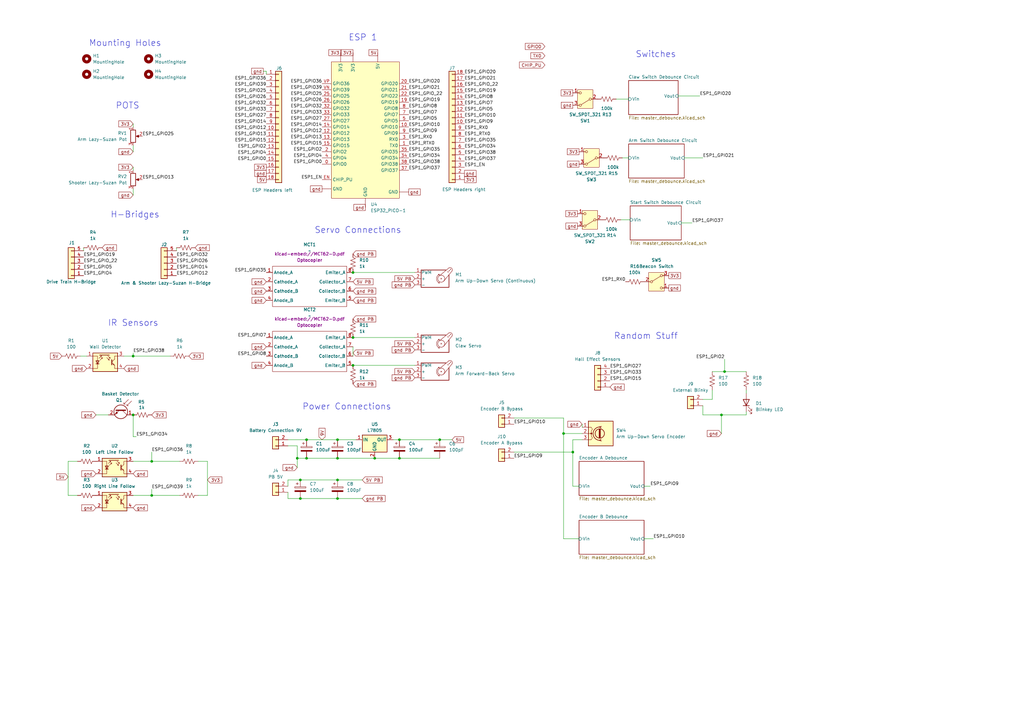
<source format=kicad_sch>
(kicad_sch (version 20250114) (generator "eeschema") (generator_version "9.0")
  (paper "A3")
  (title_block (title "Brain Board") (date "2025-07-08") (rev "Rev 1") (company "The Rolling Ohms") (comment 1 "Team 6 - ENPH 253 2025"))
  (lib_symbols
    (symbol "Connector_Generic:Conn_01x02" (pin_names (offset 1.016) (hide yes))
      (property "Reference" "J" (at 0 2.54 0))
      (property "Value" "Conn_01x02" (at 0 -5.08 0))
      (symbol "Conn_01x02_1_1"
        (pin passive line (at -5.08 0 0) (length 3.81) (name "Pin_1") (number "1"))
        (pin passive line (at -5.08 -2.54 0) (length 3.81) (name "Pin_2") (number "2"))
      )
    )
    (symbol "Connector_Generic:Conn_01x04" (pin_names (offset 1.016) (hide yes))
      (property "Reference" "J" (at 0 5.08 0))
      (property "Value" "Conn_01x04" (at 0 -7.62 0))
      (symbol "Conn_01x04_1_1"
        (pin passive line (at -5.08 2.54 0) (length 3.81) (name "Pin_1") (number "1"))
        (pin passive line (at -5.08 0 0) (length 3.81) (name "Pin_2") (number "2"))
        (pin passive line (at -5.08 -2.54 0) (length 3.81) (name "Pin_3") (number "3"))
        (pin passive line (at -5.08 -5.08 0) (length 3.81) (name "Pin_4") (number "4"))
      )
    )
    (symbol "Connector_Generic:Conn_01x05" (pin_names (offset 1.016) (hide yes))
      (property "Reference" "J" (at 0 7.62 0))
      (property "Value" "Conn_01x05" (at 0 -7.62 0))
      (symbol "Conn_01x05_1_1"
        (pin passive line (at -5.08 5.08 0) (length 3.81) (name "Pin_1") (number "1"))
        (pin passive line (at -5.08 2.54 0) (length 3.81) (name "Pin_2") (number "2"))
        (pin passive line (at -5.08 0 0) (length 3.81) (name "Pin_3") (number "3"))
        (pin passive line (at -5.08 -2.54 0) (length 3.81) (name "Pin_4") (number "4"))
        (pin passive line (at -5.08 -5.08 0) (length 3.81) (name "Pin_5") (number "5"))
      )
    )
    (symbol "Connector_Generic:Conn_01x18" (pin_names (offset 1.016) (hide yes))
      (property "Reference" "J" (at 0 22.86 0))
      (property "Value" "Conn_01x18" (at 0 -25.4 0))
      (symbol "Conn_01x18_1_1"
        (pin passive line (at -5.08 20.32 0) (length 3.81) (name "Pin_1") (number "1"))
        (pin passive line (at -5.08 17.78 0) (length 3.81) (name "Pin_2") (number "2"))
        (pin passive line (at -5.08 15.24 0) (length 3.81) (name "Pin_3") (number "3"))
        (pin passive line (at -5.08 12.7 0) (length 3.81) (name "Pin_4") (number "4"))
        (pin passive line (at -5.08 10.16 0) (length 3.81) (name "Pin_5") (number "5"))
        (pin passive line (at -5.08 7.62 0) (length 3.81) (name "Pin_6") (number "6"))
        (pin passive line (at -5.08 5.08 0) (length 3.81) (name "Pin_7") (number "7"))
        (pin passive line (at -5.08 2.54 0) (length 3.81) (name "Pin_8") (number "8"))
        (pin passive line (at -5.08 0 0) (length 3.81) (name "Pin_9") (number "9"))
        (pin passive line (at -5.08 -2.54 0) (length 3.81) (name "Pin_10") (number "10"))
        (pin passive line (at -5.08 -5.08 0) (length 3.81) (name "Pin_11") (number "11"))
        (pin passive line (at -5.08 -7.62 0) (length 3.81) (name "Pin_12") (number "12"))
        (pin passive line (at -5.08 -10.16 0) (length 3.81) (name "Pin_13") (number "13"))
        (pin passive line (at -5.08 -12.7 0) (length 3.81) (name "Pin_14") (number "14"))
        (pin passive line (at -5.08 -15.24 0) (length 3.81) (name "Pin_15") (number "15"))
        (pin passive line (at -5.08 -17.78 0) (length 3.81) (name "Pin_16") (number "16"))
        (pin passive line (at -5.08 -20.32 0) (length 3.81) (name "Pin_17") (number "17"))
        (pin passive line (at -5.08 -22.86 0) (length 3.81) (name "Pin_18") (number "18"))
      )
    )
    (symbol "Device:C_Polarized" (pin_numbers (hide yes)) (pin_names (offset 0.254))
      (property "Reference" "C" (at 0.635 2.54 0))
      (property "Value" "C_Polarized" (at 0.635 -2.54 0))
      (symbol "C_Polarized_1_1"
        (pin passive line (at 0 3.81 270) (length 2.794) (name "~") (number "1"))
        (pin passive line (at 0 -3.81 90) (length 2.794) (name "~") (number "2"))
      )
    )
    (symbol "Device:LED" (pin_numbers (hide yes)) (pin_names (offset 1.016) (hide yes))
      (property "Reference" "D" (at 0 2.54 0))
      (property "Value" "LED" (at 0 -2.54 0))
      (symbol "LED_1_1"
        (pin passive line (at -3.81 0 0) (length 2.54) (name "K") (number "1"))
        (pin passive line (at 3.81 0 180) (length 2.54) (name "A") (number "2"))
      )
    )
    (symbol "Device:R_Potentiometer" (pin_names (offset 1.016) (hide yes))
      (property "Reference" "RV" (at -4.445 0 90))
      (property "Value" "R_Potentiometer" (at -2.54 0 90))
      (symbol "R_Potentiometer_1_1"
        (pin passive line (at 0 3.81 270) (length 1.27) (name "1") (number "1"))
        (pin passive line (at 0 -3.81 90) (length 1.27) (name "3") (number "3"))
        (pin passive line (at 3.81 0 180) (length 1.27) (name "2") (number "2"))
      )
    )
    (symbol "Device:R_US" (pin_numbers (hide yes)) (pin_names (offset 0))
      (property "Reference" "R" (at 2.54 0 90))
      (property "Value" "R_US" (at -2.54 0 90))
      (symbol "R_US_1_1"
        (pin passive line (at 0 3.81 270) (length 1.27) (name "~") (number "1"))
        (pin passive line (at 0 -3.81 90) (length 1.27) (name "~") (number "2"))
      )
    )
    (symbol "Device:RotaryEncoder" (pin_names (offset 0.254) (hide yes))
      (property "Reference" "SW4" (at 6.35 1.2701 0))
      (property "Value" "Arm Up-Down Servo Encoder" (at 6.35 -1.2699 0))
      (symbol "RotaryEncoder_1_1"
        (pin passive line (at -7.62 2.54 0) (length 2.54) (name "1") (number "1"))
        (pin passive line (at -7.62 0 0) (length 2.54) (name "2") (number "2"))
        (pin passive line (at -7.62 -2.54 0) (length 2.54) (name "3") (number "3"))
      )
    )
    (symbol "ENPH:MCT6"
      (property "Reference" "MCT6" (at 2.286 9.144 0))
      (property "Datasheet" "kicad-embed://MCT62-D.pdf" (at 2.032 -10.414 0))
      (property "Description" "Optocopler" (at 2.286 -0.762 0))
      (symbol "MCT6_1_1"
        (pin input line (at -15.24 5.08 0) (length 2.54) (name "Anode_A") (number "1"))
        (pin input line (at -15.24 1.27 0) (length 2.54) (name "Cathode_A") (number "2"))
        (pin input line (at -15.24 -2.54 0) (length 2.54) (name "Cathode_B") (number "3"))
        (pin input line (at -15.24 -6.35 0) (length 2.54) (name "Anode_B") (number "4"))
        (pin input line (at 20.32 5.08 180) (length 2.54) (name "Emiter_A") (number "8"))
        (pin input line (at 20.32 1.27 180) (length 2.54) (name "Collector_A") (number "7"))
        (pin input line (at 20.32 -2.54 180) (length 2.54) (name "Collector_B") (number "6"))
        (pin input line (at 20.32 -6.35 180) (length 2.54) (name "Emiter_B") (number "5"))
      )
    )
    (symbol "ESP32-PICO-KIT-1_1"
      (property "Reference" "U1" (at 2.1433 -30.48 0))
      (property "Value" "ESP32_PICO-1" (at 2.1433 -33.02 0))
      (symbol "ESP32-PICO-KIT-1_1_1_1"
        (pin bidirectional line (at -17.78 19.05 0) (length 3.81) (name "GPIO36") (number "VP"))
        (pin bidirectional line (at -17.78 16.51 0) (length 3.81) (name "GPIO39") (number "VN"))
        (pin bidirectional line (at -17.78 13.97 0) (length 3.81) (name "GPIO25") (number "25"))
        (pin bidirectional line (at -17.78 11.43 0) (length 3.81) (name "GPIO26") (number "26"))
        (pin bidirectional line (at -17.78 8.89 0) (length 3.81) (name "GPIO32") (number "32"))
        (pin bidirectional line (at -17.78 6.35 0) (length 3.81) (name "GPIO33") (number "33"))
        (pin bidirectional line (at -17.78 3.81 0) (length 3.81) (name "GPIO27") (number "27"))
        (pin bidirectional line (at -17.78 1.27 0) (length 3.81) (name "GPIO14") (number "14"))
        (pin bidirectional line (at -17.78 -1.27 0) (length 3.81) (name "GPIO12") (number "12"))
        (pin bidirectional line (at -17.78 -3.81 0) (length 3.81) (name "GPIO13") (number "13"))
        (pin bidirectional line (at -17.78 -6.35 0) (length 3.81) (name "GPIO15") (number "15"))
        (pin bidirectional line (at -17.78 -8.89 0) (length 3.81) (name "GPIO2") (number "2"))
        (pin bidirectional line (at -17.78 -11.43 0) (length 3.81) (name "GPIO4") (number "4"))
        (pin bidirectional line (at -17.78 -13.97 0) (length 3.81) (name "GPIO0") (number "0"))
        (pin input line (at -17.78 -20.32 0) (length 3.81) (name "CHIP_PU") (number "EN"))
        (pin power_in line (at -17.78 -24.13 0) (length 3.81) (name "GND") (number "GND"))
        (pin power_in line (at -10.16 31.75 270) (length 3.81) (name "3V3") (number "3V3"))
        (pin power_in line (at -5.08 31.75 270) (length 3.81) (name "3V3") (number "3V3"))
        (pin power_in line (at 0 -31.75 90) (length 3.81) (name "GND") (number "GND"))
        (pin power_in line (at 5.08 31.75 270) (length 3.81) (name "5V") (number "5V"))
        (pin bidirectional line (at 17.78 19.05 180) (length 3.81) (name "GPIO20") (number "20"))
        (pin bidirectional line (at 17.78 16.51 180) (length 3.81) (name "GPIO21") (number "21"))
        (pin bidirectional line (at 17.78 13.97 180) (length 3.81) (name "GPIO22") (number "22"))
        (pin bidirectional line (at 17.78 11.43 180) (length 3.81) (name "GPIO19") (number "19"))
        (pin bidirectional line (at 17.78 8.89 180) (length 3.81) (name "GPIO8") (number "8"))
        (pin bidirectional line (at 17.78 6.35 180) (length 3.81) (name "GPIO7") (number "7"))
        (pin bidirectional line (at 17.78 3.81 180) (length 3.81) (name "GPIO5") (number "5"))
        (pin bidirectional line (at 17.78 1.27 180) (length 3.81) (name "GPIO10") (number "10"))
        (pin bidirectional line (at 17.78 -1.27 180) (length 3.81) (name "GPIO9") (number "9"))
        (pin input line (at 17.78 -3.81 180) (length 3.81) (name "RX0") (number "3"))
        (pin output line (at 17.78 -6.35 180) (length 3.81) (name "TX0") (number "1"))
        (pin bidirectional line (at 17.78 -8.89 180) (length 3.81) (name "GPIO35") (number "35"))
        (pin bidirectional line (at 17.78 -11.43 180) (length 3.81) (name "GPIO34") (number "34"))
        (pin bidirectional line (at 17.78 -13.97 180) (length 3.81) (name "GPIO38") (number "38"))
        (pin bidirectional line (at 17.78 -16.51 180) (length 3.81) (name "GPIO37") (number "37"))
        (pin power_in line (at 17.78 -25.4 180) (length 3.81) (name "GND") (number "GND"))
      )
    )
    (symbol "Mechanical:MountingHole" (pin_names (offset 1.016)) (in_bom no)
      (property "Reference" "H" (at 0 5.08 0))
      (property "Value" "MountingHole" (at 0 3.175 0))
    )
    (symbol "Motor:Motor_Servo" (pin_names (offset 0.0254))
      (property "Reference" "M" (at -5.08 4.445 0))
      (property "Value" "Motor_Servo" (at -5.08 -4.064 0))
      (symbol "Motor_Servo_1_1"
        (pin passive line (at -7.62 2.54 0) (length 2.54) (name "PWM") (number "1"))
        (pin passive line (at -7.62 0 0) (length 2.54) (name "+") (number "2"))
        (pin passive line (at -7.62 -2.54 0) (length 2.54) (name "-") (number "3"))
      )
    )
    (symbol "Regulator_Linear:L7805" (pin_names (offset 0.254))
      (property "Reference" "U" (at -3.81 3.175 0))
      (property "Value" "L7805" (at 0 3.175 0))
      (symbol "L7805_1_1"
        (pin power_in line (at -7.62 0 0) (length 2.54) (name "IN") (number "1"))
        (pin power_in line (at 0 -7.62 90) (length 2.54) (name "GND") (number "2"))
        (pin power_out line (at 7.62 0 180) (length 2.54) (name "OUT") (number "3"))
      )
    )
    (symbol "Sensor_Optical:BPW40" (pin_names (offset 0) (hide yes))
      (property "Reference" "Q" (at 5.08 1.27 0))
      (property "Value" "BPW40" (at 5.08 -1.27 0))
      (symbol "BPW40_1_1"
        (pin passive line (at 2.54 5.08 270) (length 2.54) (name "C") (number "1"))
        (pin passive line (at 2.54 -5.08 90) (length 2.54) (name "E") (number "2"))
      )
    )
    (symbol "Sensor_Proximity:CNY70" (pin_names (offset 1.016) (hide yes))
      (property "Reference" "U" (at -5.08 5.08 0))
      (property "Value" "CNY70" (at 5.08 5.08 0))
      (symbol "CNY70_1_1"
        (pin passive line (at -7.62 2.54 0) (length 2.54) (name "A") (number "1"))
        (pin passive line (at -7.62 -2.54 0) (length 2.54) (name "K") (number "2"))
        (pin open_collector line (at 7.62 2.54 180) (length 2.54) (name "C") (number "3"))
        (pin open_emitter line (at 7.62 -2.54 180) (length 2.54) (name "E") (number "4"))
      )
    )
    (symbol "Switch:SW_SPDT_321" (pin_names (offset 1) (hide yes))
      (property "Reference" "SW" (at 0 5.08 0))
      (property "Value" "SW_SPDT_321" (at 0 -5.08 0))
      (symbol "SW_SPDT_321_1_1"
        (pin passive line (at -5.08 0 0) (length 2.54) (name "B") (number "2"))
        (pin passive line (at 5.08 2.54 180) (length 2.54) (name "A") (number "3"))
        (pin passive line (at 5.08 -2.54 180) (length 2.54) (name "C") (number "1"))
      )
    )
  )
  (text "POTS" (at 52.324 43.434 0) (effects (font (size 2.54 2.54))))
  (text "IR Sensors\n" (at 54.61 132.588 0) (effects (font (size 2.54 2.54))))
  (text "Servo Connections" (at 146.812 94.488 0) (effects (font (size 2.54 2.54))))
  (text "H-Bridges" (at 55.372 88.138 0) (effects (font (size 2.54 2.54))))
  (text "ESP 1" (at 148.844 15.494 0) (effects (font (size 2.54 2.54))))
  (text "Mounting Holes\n" (at 51.308 17.78 0) (effects (font (size 2.54 2.54))))
  (text "Switches" (at 268.986 22.352 0) (effects (font (size 2.54 2.54))))
  (text "Random Stuff" (at 264.922 137.922 0) (effects (font (size 2.54 2.54))))
  (text "Power Connections" (at 142.24 166.878 0) (effects (font (size 2.54 2.54))))
  (junction (at 295.91 170.18))
  (junction (at 62.23 203.2))
  (junction (at 144.78 138.43))
  (junction (at 297.18 152.4))
  (junction (at 163.83 180.34))
  (junction (at 62.23 189.23))
  (junction (at 138.43 204.47))
  (junction (at 153.67 187.96))
  (junction (at 180.34 180.34))
  (junction (at 231.14 177.8))
  (junction (at 54.61 170.18))
  (junction (at 234.95 185.42))
  (junction (at 138.43 180.34))
  (junction (at 121.92 187.96))
  (junction (at 144.78 149.86))
  (junction (at 125.73 187.96))
  (junction (at 138.43 187.96))
  (junction (at 138.43 196.85))
  (junction (at 54.61 146.05))
  (junction (at 125.73 180.34))
  (junction (at 144.78 111.76))
  (junction (at 123.19 204.47))
  (junction (at 163.83 187.96))
  (junction (at 123.19 196.85))
  (wire (pts (xy 62.23 200.66) (xy 62.23 203.2)))
  (wire (pts (xy 138.43 187.96) (xy 153.67 187.96)))
  (wire (pts (xy 144.78 149.86) (xy 170.18 149.86)))
  (wire (pts (xy 50.8 146.05) (xy 54.61 146.05)))
  (wire (pts (xy 297.18 147.32) (xy 297.18 152.4)))
  (wire (pts (xy 118.11 196.85) (xy 123.19 196.85)))
  (wire (pts (xy 33.02 146.05) (xy 35.56 146.05)))
  (wire (pts (xy 121.92 187.96) (xy 125.73 187.96)))
  (wire (pts (xy 85.09 203.2) (xy 81.28 203.2)))
  (wire (pts (xy 121.92 191.77) (xy 121.92 187.96)))
  (wire (pts (xy 144.78 138.43) (xy 170.18 138.43)))
  (wire (pts (xy 34.29 102.87) (xy 34.29 101.6)))
  (wire (pts (xy 121.92 187.96) (xy 121.92 182.88)))
  (wire (pts (xy 264.16 220.98) (xy 267.97 220.98)))
  (wire (pts (xy 118.11 196.85) (xy 118.11 199.39)))
  (wire (pts (xy 54.61 179.07) (xy 54.61 170.18)))
  (wire (pts (xy 138.43 180.34) (xy 146.05 180.34)))
  (wire (pts (xy 27.94 189.23) (xy 31.75 189.23)))
  (wire (pts (xy 55.88 179.07) (xy 54.61 179.07)))
  (wire (pts (xy 39.37 170.18) (xy 44.45 170.18)))
  (wire (pts (xy 123.19 196.85) (xy 138.43 196.85)))
  (wire (pts (xy 138.43 196.85) (xy 148.59 196.85)))
  (wire (pts (xy 288.29 170.18) (xy 295.91 170.18)))
  (wire (pts (xy 107.95 29.21) (xy 109.22 29.21)))
  (wire (pts (xy 138.43 204.47) (xy 148.59 204.47)))
  (wire (pts (xy 288.29 64.77) (xy 280.67 64.77)))
  (wire (pts (xy 306.07 170.18) (xy 295.91 170.18)))
  (wire (pts (xy 254.635 90.17) (xy 258.445 90.17)))
  (wire (pts (xy 288.29 163.83) (xy 292.1 163.83)))
  (wire (pts (xy 180.34 180.34) (xy 185.42 180.34)))
  (wire (pts (xy 234.95 199.39) (xy 237.49 199.39)))
  (wire (pts (xy 118.11 201.93) (xy 118.11 204.47)))
  (wire (pts (xy 238.76 177.8) (xy 231.14 177.8)))
  (wire (pts (xy 295.91 177.8) (xy 295.91 170.18)))
  (wire (pts (xy 125.73 187.96) (xy 138.43 187.96)))
  (wire (pts (xy 210.82 185.42) (xy 234.95 185.42)))
  (wire (pts (xy 231.14 177.8) (xy 231.14 220.98)))
  (wire (pts (xy 288.29 166.37) (xy 288.29 170.18)))
  (wire (pts (xy 125.73 180.34) (xy 138.43 180.34)))
  (wire (pts (xy 283.845 91.44) (xy 279.4 91.44)))
  (wire (pts (xy 73.66 203.2) (xy 62.23 203.2)))
  (wire (pts (xy 231.14 171.45) (xy 231.14 177.8)))
  (wire (pts (xy 27.94 189.23) (xy 27.94 203.2)))
  (wire (pts (xy 69.85 146.05) (xy 54.61 146.05)))
  (wire (pts (xy 118.11 204.47) (xy 123.19 204.47)))
  (wire (pts (xy 238.76 173.99) (xy 238.76 175.26)))
  (wire (pts (xy 234.95 185.42) (xy 234.95 199.39)))
  (wire (pts (xy 62.23 189.23) (xy 73.66 189.23)))
  (wire (pts (xy 144.78 142.24) (xy 144.78 146.05)))
  (wire (pts (xy 292.1 163.83) (xy 292.1 160.02)))
  (wire (pts (xy 54.61 68.58) (xy 54.61 69.85)))
  (wire (pts (xy 144.78 111.76) (xy 170.18 111.76)))
  (wire (pts (xy 306.07 170.18) (xy 306.07 168.91)))
  (wire (pts (xy 31.75 203.2) (xy 27.94 203.2)))
  (wire (pts (xy 54.61 62.23) (xy 54.61 59.69)))
  (wire (pts (xy 72.39 101.6) (xy 72.39 102.87)))
  (wire (pts (xy 238.76 180.34) (xy 234.95 180.34)))
  (wire (pts (xy 118.11 180.34) (xy 125.73 180.34)))
  (wire (pts (xy 161.29 180.34) (xy 163.83 180.34)))
  (wire (pts (xy 54.61 80.01) (xy 54.61 77.47)))
  (wire (pts (xy 153.67 187.96) (xy 163.83 187.96)))
  (wire (pts (xy 54.61 146.05) (xy 54.61 144.78)))
  (wire (pts (xy 81.28 189.23) (xy 85.09 189.23)))
  (wire (pts (xy 292.1 152.4) (xy 297.18 152.4)))
  (wire (pts (xy 231.14 220.98) (xy 237.49 220.98)))
  (wire (pts (xy 163.83 187.96) (xy 180.34 187.96)))
  (wire (pts (xy 252.73 40.64) (xy 257.81 40.64)))
  (wire (pts (xy 210.82 171.45) (xy 231.14 171.45)))
  (wire (pts (xy 163.83 180.34) (xy 180.34 180.34)))
  (wire (pts (xy 62.23 203.2) (xy 54.61 203.2)))
  (wire (pts (xy 54.61 189.23) (xy 62.23 189.23)))
  (wire (pts (xy 121.92 182.88) (xy 118.11 182.88)))
  (wire (pts (xy 306.07 160.02) (xy 306.07 161.29)))
  (wire (pts (xy 234.95 180.34) (xy 234.95 185.42)))
  (wire (pts (xy 278.13 39.37) (xy 287.02 39.37)))
  (wire (pts (xy 264.16 199.39) (xy 266.7 199.39)))
  (wire (pts (xy 85.09 189.23) (xy 85.09 203.2)))
  (wire (pts (xy 123.19 204.47) (xy 138.43 204.47)))
  (wire (pts (xy 297.18 152.4) (xy 306.07 152.4)))
  (wire (pts (xy 255.27 64.77) (xy 257.81 64.77)))
  (wire (pts (xy 62.23 185.42) (xy 62.23 189.23)))
  (wire (pts (xy 54.61 50.8) (xy 54.61 52.07)))
  (wire (pts (xy 109.22 29.21) (xy 109.22 30.48)))
  (label "ESP1_EN" (at 190.5 68.58 0))
  (label "ESP1_GPIO14" (at 72.39 110.49 0))
  (label "ESP1_GPIO36" (at 132.08 34.29 180))
  (label "ESP1_GPIO21" (at 288.29 64.77 0))
  (label "ESP1_RX0" (at 256.54 115.57 180))
  (label "ESP1_GPIO4" (at 109.22 63.5 180))
  (label "ESP1_GPIO38" (at 167.64 67.31 0))
  (label "ESP1_GPIO4" (at 132.08 64.77 180))
  (label "ESP1_GPIO35" (at 167.64 62.23 0))
  (label "ESP1_EN" (at 132.08 73.66 180))
  (label "ESP1_GPIO8" (at 109.22 146.05 180))
  (label "ESP1_GPIO5" (at 167.64 49.53 0))
  (label "ESP1_GPIO21" (at 167.64 36.83 0))
  (label "ESP1_GPIO32" (at 72.39 105.41 0))
  (label "ESP1_GPIO26" (at 109.22 40.64 180))
  (label "ESP1_GPIO37" (at 167.64 69.85 0))
  (label "ESP1_GPIO15" (at 132.08 59.69 180))
  (label "ESP1_GPIO5" (at 190.5 45.72 0))
  (label "ESP1_GPIO9" (at 190.5 50.8 0))
  (label "ESP1_GPIO34" (at 190.5 60.96 0))
  (label "ESP1_GPIO12" (at 109.22 53.34 180))
  (label "ESP1_GPIO8" (at 167.64 44.45 0))
  (label "ESP1_GPIO35" (at 190.5 58.42 0))
  (label "ESP1_GPIO19" (at 167.64 41.91 0))
  (label "ESP1_RX0" (at 190.5 53.34 0))
  (label "ESP1_GPIO10" (at 190.5 48.26 0))
  (label "ESP1_RX0" (at 167.64 57.15 0))
  (label "ESP1_GPIO37" (at 283.845 91.44 0))
  (label "ESP1_GPIO26" (at 72.39 107.95 0))
  (label "ESP1_GPIO33" (at 250.19 153.67 0))
  (label "ESP1_GPIO0" (at 132.08 67.31 180))
  (label "ESP1_GPIO_22" (at 34.29 107.95 0))
  (label "ESP1_GPIO7" (at 167.64 46.99 0))
  (label "ESP1_GPIO20" (at 190.5 30.48 0))
  (label "ESP1_GPIO25" (at 58.42 55.88 0))
  (label "ESP1_GPIO_22" (at 190.5 35.56 0))
  (label "ESP1_GPIO2" (at 109.22 60.96 180))
  (label "ESP1_GPIO35" (at 109.22 111.76 180))
  (label "ESP1_RTX0" (at 190.5 55.88 0))
  (label "ESP1_GPIO39" (at 109.22 35.56 180))
  (label "ESP1_GPIO12" (at 72.39 113.03 0))
  (label "ESP1_GPIO34" (at 55.88 179.07 0))
  (label "ESP1_GPIO19" (at 190.5 38.1 0))
  (label "ESP1_GPIO10" (at 167.64 52.07 0))
  (label "ESP1_GPIO14" (at 132.08 52.07 180))
  (label "ESP1_GPIO14" (at 109.22 50.8 180))
  (label "ESP1_GPIO9" (at 266.7 199.39 0))
  (label "ESP1_GPIO_22" (at 167.64 39.37 0))
  (label "ESP1_GPIO5" (at 34.29 110.49 0))
  (label "ESP1_GPIO20" (at 167.64 34.29 0))
  (label "ESP1_GPIO9" (at 167.64 54.61 0))
  (label "ESP1_GPIO25" (at 132.08 39.37 180))
  (label "ESP1_GPIO2" (at 132.08 62.23 180))
  (label "ESP1_GPIO8" (at 190.5 40.64 0))
  (label "ESP1_GPIO13" (at 58.42 73.66 0))
  (label "ESP1_GPIO38" (at 190.5 63.5 0))
  (label "ESP1_GPIO0" (at 109.22 66.04 180))
  (label "ESP1_GPIO21" (at 190.5 33.02 0))
  (label "ESP1_GPIO34" (at 167.64 64.77 0))
  (label "ESP1_GPIO9" (at 210.82 187.96 0))
  (label "ESP1_GPIO10" (at 210.82 173.99 0))
  (label "ESP1_GPIO19" (at 34.29 105.41 0))
  (label "ESP1_GPIO32" (at 109.22 43.18 180))
  (label "ESP1_GPIO15" (at 109.22 58.42 180))
  (label "ESP1_GPIO37" (at 190.5 66.04 0))
  (label "ESP1_GPIO27" (at 109.22 48.26 180))
  (label "ESP1_GPIO33" (at 109.22 45.72 180))
  (label "ESP1_GPIO20" (at 287.02 39.37 0))
  (label "ESP1_GPIO10" (at 267.97 220.98 0))
  (label "ESP1_GPIO7" (at 190.5 43.18 0))
  (label "ESP1_GPIO39" (at 62.23 200.66 0))
  (label "ESP1_GPIO13" (at 109.22 55.88 180))
  (label "ESP1_GPIO12" (at 132.08 54.61 180))
  (label "ESP1_GPIO2" (at 297.18 147.32 180))
  (label "ESP1_GPIO36" (at 62.23 185.42 0))
  (label "ESP1_RTX0" (at 167.64 59.69 0))
  (label "ESP1_GPIO27" (at 250.19 151.13 0))
  (label "ESP1_GPIO33" (at 132.08 46.99 180))
  (label "ESP1_GPIO26" (at 132.08 41.91 180))
  (label "ESP1_GPIO7" (at 109.22 138.43 180))
  (label "ESP1_GPIO36" (at 109.22 33.02 180))
  (label "ESP1_GPIO38" (at 54.61 144.78 0))
  (label "ESP1_GPIO27" (at 132.08 49.53 180))
  (label "ESP1_GPIO25" (at 109.22 38.1 180))
  (label "ESP1_GPIO4" (at 34.29 113.03 0))
  (label "ESP1_GPIO15" (at 250.19 156.21 0))
  (label "ESP1_GPIO32" (at 132.08 44.45 180))
  (label "ESP1_GPIO13" (at 132.08 57.15 180))
  (label "ESP1_GPIO39" (at 132.08 36.83 180))
  (global_label "3V3" (shape passive) (at 190.5 73.66 0) (property "Intersheetrefs" "${INTERSHEET_REFS}" (effects (hide yes))))
  (global_label "gnd" (shape input) (at 35.56 151.13 180) (property "Intersheetrefs" "${INTERSHEET_REFS}" (effects (hide yes))))
  (global_label "5V" (shape passive) (at 154.94 21.59 180) (property "Intersheetrefs" "${INTERSHEET_REFS}" (effects (hide yes))))
  (global_label "gnd" (shape input) (at 295.91 177.8 180) (property "Intersheetrefs" "${INTERSHEET_REFS}" (effects (hide yes))))
  (global_label "gnd" (shape input) (at 54.61 208.28 0) (property "Intersheetrefs" "${INTERSHEET_REFS}" (effects (hide yes))))
  (global_label "gnd" (shape input) (at 54.61 62.23 180) (property "Intersheetrefs" "${INTERSHEET_REFS}" (effects (hide yes))))
  (global_label "5V PB" (shape input) (at 144.78 144.78 0) (property "Intersheetrefs" "${INTERSHEET_REFS}" (effects (hide yes))))
  (global_label "gnd" (shape input) (at 250.19 158.75 0) (property "Intersheetrefs" "${INTERSHEET_REFS}" (effects (hide yes))))
  (global_label "gnd" (shape passive) (at 149.86 85.09 180) (property "Intersheetrefs" "${INTERSHEET_REFS}" (effects (hide yes))))
  (global_label "gnd" (shape input) (at 109.22 123.19 180) (property "Intersheetrefs" "${INTERSHEET_REFS}" (effects (hide yes))))
  (global_label "gnd PB" (shape input) (at 144.78 104.14 0) (property "Intersheetrefs" "${INTERSHEET_REFS}" (effects (hide yes))))
  (global_label "TX0" (shape input) (at 223.52 22.86 180) (property "Intersheetrefs" "${INTERSHEET_REFS}" (effects (hide yes))))
  (global_label "gnd" (shape input) (at 109.22 115.57 180) (property "Intersheetrefs" "${INTERSHEET_REFS}" (effects (hide yes))))
  (global_label "gnd" (shape input) (at 39.37 208.28 180) (property "Intersheetrefs" "${INTERSHEET_REFS}" (effects (hide yes))))
  (global_label "gnd PB" (shape input) (at 170.18 116.84 180) (property "Intersheetrefs" "${INTERSHEET_REFS}" (effects (hide yes))))
  (global_label "gnd" (shape input) (at 80.01 101.6 0) (property "Intersheetrefs" "${INTERSHEET_REFS}" (effects (hide yes))))
  (global_label "gnd" (shape input) (at 54.61 194.31 0) (property "Intersheetrefs" "${INTERSHEET_REFS}" (effects (hide yes))))
  (global_label "5V PB" (shape input) (at 144.78 115.57 0) (property "Intersheetrefs" "${INTERSHEET_REFS}" (effects (hide yes))))
  (global_label "gnd PB" (shape input) (at 144.78 123.19 0) (property "Intersheetrefs" "${INTERSHEET_REFS}" (effects (hide yes))))
  (global_label "3V3" (shape input) (at 77.47 146.05 0) (property "Intersheetrefs" "${INTERSHEET_REFS}" (effects (hide yes))))
  (global_label "3V3" (shape passive) (at 144.78 21.59 180) (property "Intersheetrefs" "${INTERSHEET_REFS}" (effects (hide yes))))
  (global_label "gnd" (shape input) (at 238.76 173.99 180) (property "Intersheetrefs" "${INTERSHEET_REFS}" (effects (hide yes))))
  (global_label "gnd" (shape passive) (at 109.22 71.12 180) (property "Intersheetrefs" "${INTERSHEET_REFS}" (effects (hide yes))))
  (global_label "gnd PB" (shape input) (at 148.59 204.47 0) (property "Intersheetrefs" "${INTERSHEET_REFS}" (effects (hide yes))))
  (global_label "GPIO0" (shape input) (at 223.52 19.05 180) (property "Intersheetrefs" "${INTERSHEET_REFS}" (effects (hide yes))))
  (global_label "3V3" (shape passive) (at 109.22 68.58 180) (property "Intersheetrefs" "${INTERSHEET_REFS}" (effects (hide yes))))
  (global_label "3V3" (shape passive) (at 237.49 62.23 180) (property "Intersheetrefs" "${INTERSHEET_REFS}" (effects (hide yes))))
  (global_label "5V" (shape input) (at 27.94 195.58 180) (property "Intersheetrefs" "${INTERSHEET_REFS}" (effects (hide yes))))
  (global_label "5V PB" (shape input) (at 148.59 196.85 0) (property "Intersheetrefs" "${INTERSHEET_REFS}" (effects (hide yes))))
  (global_label "gnd" (shape input) (at 50.8 151.13 0) (property "Intersheetrefs" "${INTERSHEET_REFS}" (effects (hide yes))))
  (global_label "gnd PB" (shape input) (at 170.18 143.51 180) (property "Intersheetrefs" "${INTERSHEET_REFS}" (effects (hide yes))))
  (global_label "3V3" (shape passive) (at 274.32 113.03 0) (property "Intersheetrefs" "${INTERSHEET_REFS}" (effects (hide yes))))
  (global_label "3V3" (shape input) (at 54.61 68.58 180) (property "Intersheetrefs" "${INTERSHEET_REFS}" (effects (hide yes))))
  (global_label "9V" (shape input) (at 132.08 180.34 90) (property "Intersheetrefs" "${INTERSHEET_REFS}" (effects (hide yes))))
  (global_label "CHIP_PU" (shape input) (at 223.52 26.67 180) (property "Intersheetrefs" "${INTERSHEET_REFS}" (effects (hide yes))))
  (global_label "gnd" (shape input) (at 109.22 149.86 180) (property "Intersheetrefs" "${INTERSHEET_REFS}" (effects (hide yes))))
  (global_label "5V" (shape input) (at 25.4 146.05 180) (property "Intersheetrefs" "${INTERSHEET_REFS}" (effects (hide yes))))
  (global_label "gnd" (shape passive) (at 107.95 29.21 180) (property "Intersheetrefs" "${INTERSHEET_REFS}" (effects (hide yes))))
  (global_label "5V PB" (shape input) (at 170.18 152.4 180) (property "Intersheetrefs" "${INTERSHEET_REFS}" (effects (hide yes))))
  (global_label "3V3" (shape input) (at 54.61 50.8 180) (property "Intersheetrefs" "${INTERSHEET_REFS}" (effects (hide yes))))
  (global_label "3V3" (shape passive) (at 236.855 87.63 180) (property "Intersheetrefs" "${INTERSHEET_REFS}" (effects (hide yes))))
  (global_label "gnd PB" (shape input) (at 144.78 157.48 0) (property "Intersheetrefs" "${INTERSHEET_REFS}" (effects (hide yes))))
  (global_label "5V" (shape passive) (at 109.22 73.66 180) (property "Intersheetrefs" "${INTERSHEET_REFS}" (effects (hide yes))))
  (global_label "gnd PB" (shape input) (at 144.78 130.81 0) (property "Intersheetrefs" "${INTERSHEET_REFS}" (effects (hide yes))))
  (global_label "gnd" (shape passive) (at 190.5 71.12 0) (property "Intersheetrefs" "${INTERSHEET_REFS}" (effects (hide yes))))
  (global_label "5V PB" (shape input) (at 170.18 140.97 180) (property "Intersheetrefs" "${INTERSHEET_REFS}" (effects (hide yes))))
  (global_label "gnd" (shape passive) (at 236.855 92.71 180) (property "Intersheetrefs" "${INTERSHEET_REFS}" (effects (hide yes))))
  (global_label "gnd" (shape input) (at 39.37 194.31 180) (property "Intersheetrefs" "${INTERSHEET_REFS}" (effects (hide yes))))
  (global_label "gnd" (shape input) (at 54.61 80.01 180) (property "Intersheetrefs" "${INTERSHEET_REFS}" (effects (hide yes))))
  (global_label "gnd" (shape input) (at 109.22 142.24 180) (property "Intersheetrefs" "${INTERSHEET_REFS}" (effects (hide yes))))
  (global_label "gnd" (shape input) (at 109.22 119.38 180) (property "Intersheetrefs" "${INTERSHEET_REFS}" (effects (hide yes))))
  (global_label "gnd" (shape input) (at 41.91 101.6 0) (property "Intersheetrefs" "${INTERSHEET_REFS}" (effects (hide yes))))
  (global_label "gnd" (shape passive) (at 234.95 43.18 180) (property "Intersheetrefs" "${INTERSHEET_REFS}" (effects (hide yes))))
  (global_label "gnd" (shape passive) (at 132.08 77.47 180) (property "Intersheetrefs" "${INTERSHEET_REFS}" (effects (hide yes))))
  (global_label "3V3" (shape passive) (at 139.7 21.59 180) (property "Intersheetrefs" "${INTERSHEET_REFS}" (effects (hide yes))))
  (global_label "gnd PB" (shape input) (at 144.78 119.38 0) (property "Intersheetrefs" "${INTERSHEET_REFS}" (effects (hide yes))))
  (global_label "3V3" (shape passive) (at 234.95 38.1 180) (property "Intersheetrefs" "${INTERSHEET_REFS}" (effects (hide yes))))
  (global_label "gnd PB" (shape input) (at 170.18 154.94 180) (property "Intersheetrefs" "${INTERSHEET_REFS}" (effects (hide yes))))
  (global_label "3V3" (shape input) (at 62.23 170.18 0) (property "Intersheetrefs" "${INTERSHEET_REFS}" (effects (hide yes))))
  (global_label "3V3" (shape input) (at 85.09 196.85 0) (property "Intersheetrefs" "${INTERSHEET_REFS}" (effects (hide yes))))
  (global_label "gnd" (shape input) (at 121.92 191.77 180) (property "Intersheetrefs" "${INTERSHEET_REFS}" (effects (hide yes))))
  (global_label "gnd" (shape passive) (at 274.32 118.11 0) (property "Intersheetrefs" "${INTERSHEET_REFS}" (effects (hide yes))))
  (global_label "gnd" (shape passive) (at 237.49 67.31 180) (property "Intersheetrefs" "${INTERSHEET_REFS}" (effects (hide yes))))
  (global_label "5V PB" (shape input) (at 170.18 114.3 180) (property "Intersheetrefs" "${INTERSHEET_REFS}" (effects (hide yes))))
  (global_label "gnd" (shape passive) (at 167.64 78.74 0) (property "Intersheetrefs" "${INTERSHEET_REFS}" (effects (hide yes))))
  (global_label "gnd" (shape input) (at 39.37 170.18 180) (property "Intersheetrefs" "${INTERSHEET_REFS}" (effects (hide yes))))
  (global_label "5V" (shape input) (at 185.42 180.34 0) (property "Intersheetrefs" "${INTERSHEET_REFS}" (effects (hide yes))))
  (symbol (lib_id "Mechanical:MountingHole") (at 35.56 24.13 0) (unit 1) (in_bom no)
    (property "Reference" "H1" (at 38.1 22.8599 0) (effects (justify left)))
    (property "Value" "MountingHole" (at 38.1 25.3999 0) (effects (justify left)))
    (property "Footprint" "MountingHole:MountingHole_3.2mm_M3" (effects (hide yes)))
    (property "Description" "Mounting Hole without connection" (effects (hide yes)))
  )
  (symbol (lib_id "Device:C_Polarized") (at 138.43 200.66 0) (unit 1)
    (property "Reference" "C8" (at 142.24 198.5009 0) (effects (justify left)))
    (property "Value" "100pF" (at 142.24 201.0409 0) (effects (justify left)))
    (property "Footprint" "Capacitor_THT:CP_Radial_D5.0mm_P2.50mm" (effects (hide yes)))
    (property "Description" "Polarized capacitor" (effects (hide yes)))
  )
  (symbol (lib_id "Device:C_Polarized") (at 180.34 184.15 0) (unit 1)
    (property "Reference" "C6" (at 184.15 181.9909 0) (effects (justify left)))
    (property "Value" "100pF" (at 184.15 184.5309 0) (effects (justify left)))
    (property "Footprint" "Capacitor_THT:CP_Radial_D5.0mm_P2.50mm" (effects (hide yes)))
    (property "Description" "Polarized capacitor" (effects (hide yes)))
  )
  (symbol (lib_id "Sensor_Proximity:CNY70") (at 43.18 148.59 0) (unit 1)
    (property "Reference" "U1" (at 43.18 139.7 0))
    (property "Value" "Wall Detector" (at 43.18 142.24 0))
    (property "Footprint" "Connector_PinHeader_2.54mm:PinHeader_1x04_P2.54mm_Vertical" (effects (hide yes)))
    (property "Datasheet" "https://www.vishay.com/docs/83751/cny70.pdf" (effects (hide yes)))
    (property "Description" "Reflective Optical Sensor with Transistor Output" (effects (hide yes)))
  )
  (symbol (lib_id "ENPH:MCT6") (at 124.46 116.84 0) (unit 1)
    (property "Reference" "MCT1" (at 127 100.33 0))
    (property "Value" "~" (at 127 102.87 0))
    (property "Footprint" "Package_DIP:DIP-8_W7.62mm" (effects (hide yes)))
    (property "Datasheet" "kicad-embed://MCT62-D.pdf" (at 127 104.14 0))
    (property "Description" "Optocopler" (at 127 106.68 0))
  )
  (symbol (lib_id "Connector_Generic:Conn_01x02") (at 205.74 173.99 180) (unit 1)
    (property "Reference" "J5" (at 205.74 165.1 0))
    (property "Value" "Encoder B Bypass" (at 205.74 167.64 0))
    (property "Footprint" "Connector_PinHeader_2.54mm:PinHeader_1x02_P2.54mm_Vertical" (effects (hide yes)))
    (property "Description" "Generic connector, single row, 01x02, script generated (kicad-library-utils/schlib/autogen/connector/)" (effects (hide yes)))
  )
  (symbol (lib_id "Connector_Generic:Conn_01x18") (at 114.3 50.8 0) (unit 1)
    (property "Reference" "J6" (at 113.284 27.94 0) (effects (justify left)))
    (property "Value" "ESP Headers left" (at 103.378 77.978 0) (effects (justify left)))
    (property "Footprint" "Connector_PinHeader_2.54mm:PinHeader_1x18_P2.54mm_Vertical" (effects (hide yes)))
    (property "Description" "Generic connector, single row, 01x18, script generated (kicad-library-utils/schlib/autogen/connector/)" (effects (hide yes)))
  )
  (symbol (lib_id "Device:R_US") (at 58.42 170.18 270) (unit 1)
    (property "Reference" "R5" (at 56.642 164.846 90) (effects (justify left)))
    (property "Value" "1k" (at 56.896 167.132 90) (effects (justify left)))
    (property "Footprint" "Resistor_THT:R_Axial_DIN0411_L9.9mm_D3.6mm_P15.24mm_Horizontal" (effects (hide yes)))
    (property "Description" "Resistor, US symbol" (effects (hide yes)))
  )
  (symbol (lib_id "Switch:SW_SPDT_321") (at 241.935 90.17 180) (unit 1)
    (property "Reference" "SW2" (at 241.935 99.06 0))
    (property "Value" "SW_SPDT_321" (at 241.935 96.52 0))
    (property "Footprint" "Connector_PinHeader_2.54mm:PinHeader_1x03_P2.54mm_Vertical" (effects (hide yes)))
    (property "Description" "Switch, single pole double throw" (effects (hide yes)))
  )
  (symbol (lib_id "Device:R_US") (at 250.825 90.17 270) (unit 1)
    (property "Reference" "R14" (at 250.825 96.52 90))
    (property "Value" "100k" (at 250.825 93.98 90))
    (property "Footprint" "Resistor_THT:R_Axial_DIN0411_L9.9mm_D3.6mm_P15.24mm_Horizontal" (effects (hide yes)))
    (property "Description" "Resistor, US symbol" (effects (hide yes)))
  )
  (symbol (lib_id "Switch:SW_SPDT_321") (at 240.03 40.64 180) (unit 1)
    (property "Reference" "SW1" (at 240.03 49.53 0))
    (property "Value" "SW_SPDT_321" (at 240.03 46.99 0))
    (property "Footprint" "Connector_PinHeader_2.54mm:PinHeader_1x03_P2.54mm_Vertical" (effects (hide yes)))
    (property "Description" "Switch, single pole double throw" (effects (hide yes)))
  )
  (symbol (lib_id "ENPH:MCT6") (at 124.46 143.51 0) (unit 1)
    (property "Reference" "MCT2" (at 127 127 0))
    (property "Value" "~" (at 127 129.54 0))
    (property "Footprint" "Package_DIP:DIP-8_W7.62mm" (effects (hide yes)))
    (property "Datasheet" "kicad-embed://MCT62-D.pdf" (at 127 130.81 0))
    (property "Description" "Optocopler" (at 127 133.35 0))
  )
  (symbol (lib_id "Sensor_Proximity:CNY70") (at 46.99 191.77 0) (unit 1)
    (property "Reference" "U2" (at 46.99 182.88 0))
    (property "Value" "Left Line Follow" (at 46.99 185.42 0))
    (property "Footprint" "Connector_PinHeader_2.54mm:PinHeader_1x04_P2.54mm_Vertical" (effects (hide yes)))
    (property "Datasheet" "https://www.vishay.com/docs/83751/cny70.pdf" (effects (hide yes)))
    (property "Description" "Reflective Optical Sensor with Transistor Output" (effects (hide yes)))
  )
  (symbol (lib_id "Device:R_US") (at 306.07 156.21 0) (unit 1)
    (property "Reference" "R18" (at 308.61 154.9399 0) (effects (justify left)))
    (property "Value" "100" (at 308.61 157.4799 0) (effects (justify left)))
    (property "Footprint" "Resistor_THT:R_Axial_DIN0411_L9.9mm_D3.6mm_P15.24mm_Horizontal" (effects (hide yes)))
    (property "Description" "Resistor, US symbol" (effects (hide yes)))
  )
  (symbol (lib_id "Motor:Motor_Servo") (at 177.8 114.3 0) (unit 1)
    (property "Reference" "M1" (at 186.69 112.5968 0) (effects (justify left)))
    (property "Value" "Arm Up-Down Servo (Continuous)" (at 186.69 115.1368 0) (effects (justify left)))
    (property "Footprint" "Connector_PinHeader_2.54mm:PinHeader_1x03_P2.54mm_Vertical" (effects (hide yes)))
    (property "Datasheet" "http://forums.parallax.com/uploads/attachments/46831/74481.png" (effects (hide yes)))
    (property "Description" "Servo Motor (Futaba, HiTec, JR connector)" (effects (hide yes)))
  )
  (symbol (lib_id "Switch:SW_SPDT_321") (at 269.24 115.57 0) (unit 1)
    (property "Reference" "SW5" (at 269.24 106.68 0))
    (property "Value" "Beacon Switch" (at 269.24 109.22 0))
    (property "Footprint" "Connector_PinHeader_2.54mm:PinHeader_1x03_P2.54mm_Vertical" (effects (hide yes)))
    (property "Description" "Switch, single pole double throw" (effects (hide yes)))
  )
  (symbol (lib_id "Device:R_US") (at 35.56 203.2 90) (unit 1)
    (property "Reference" "R3" (at 35.56 196.85 90))
    (property "Value" "100" (at 35.56 199.39 90))
    (property "Footprint" "Resistor_THT:R_Axial_DIN0411_L9.9mm_D3.6mm_P15.24mm_Horizontal" (effects (hide yes)))
    (property "Description" "Resistor, US symbol" (effects (hide yes)))
  )
  (symbol (lib_id "Device:R_US") (at 248.92 40.64 270) (unit 1)
    (property "Reference" "R13" (at 248.92 46.99 90))
    (property "Value" "100k" (at 248.92 44.45 90))
    (property "Footprint" "Resistor_THT:R_Axial_DIN0411_L9.9mm_D3.6mm_P15.24mm_Horizontal" (effects (hide yes)))
    (property "Description" "Resistor, US symbol" (effects (hide yes)))
  )
  (symbol (lib_id "Device:R_US") (at 260.35 115.57 90) (unit 1)
    (property "Reference" "R16" (at 260.35 109.22 90))
    (property "Value" "100k" (at 260.35 111.76 90))
    (property "Footprint" "Resistor_THT:R_Axial_DIN0411_L9.9mm_D3.6mm_P15.24mm_Horizontal" (effects (hide yes)))
    (property "Description" "Resistor, US symbol" (effects (hide yes)))
  )
  (symbol (lib_name "ESP32-PICO-KIT-1_1") (lib_id "ENPH:ESP32-PICO-KIT-1") (at 149.86 53.34 0) (unit 1)
    (property "Reference" "U4" (at 152.0033 83.82 0) (effects (justify left)))
    (property "Value" "ESP32_PICO-1" (at 152.0033 86.36 0) (effects (justify left)))
    (property "Footprint" "ENPH22:NEW_ESP32_PICO_1_DEV_KIT" (effects (hide yes)))
    (property "Datasheet" "https://docs.espressif.com/projects/esp-idf/en/v4.4/esp32/hw-reference/esp32/get-started-pico-kit-1.html" (effects (hide yes)))
    (property "Description" "ESP32 development board" (effects (hide yes)))
  )
  (symbol (lib_id "Device:R_Potentiometer") (at 54.61 73.66 0) (unit 1)
    (property "Reference" "RV2" (at 52.07 72.3899 0) (effects (justify right)))
    (property "Value" "Shooter Lazy-Suzan Pot" (at 52.07 74.9299 0) (effects (justify right)))
    (property "Footprint" "Connector_PinHeader_2.54mm:PinHeader_1x03_P2.54mm_Vertical" (effects (hide yes)))
    (property "Description" "Potentiometer" (effects (hide yes)))
  )
  (symbol (lib_id "Connector_Generic:Conn_01x05") (at 67.31 107.95 180) (unit 1)
    (property "Reference" "J2" (at 67.31 100.33 0))
    (property "Value" "Arm & Shooter Lazy-Suzan H-Bridge" (at 68.072 116.078 0))
    (property "Footprint" "Connector_PinHeader_2.54mm:PinHeader_1x05_P2.54mm_Vertical" (effects (hide yes)))
    (property "Description" "Generic connector, single row, 01x05, script generated (kicad-library-utils/schlib/autogen/connector/)" (effects (hide yes)))
  )
  (symbol (lib_id "Motor:Motor_Servo") (at 177.8 140.97 0) (unit 1)
    (property "Reference" "M2" (at 186.69 139.2668 0) (effects (justify left)))
    (property "Value" "Claw Servo" (at 186.69 141.8068 0) (effects (justify left)))
    (property "Footprint" "Connector_PinHeader_2.54mm:PinHeader_1x03_P2.54mm_Vertical" (effects (hide yes)))
    (property "Datasheet" "http://forums.parallax.com/uploads/attachments/46831/74481.png" (effects (hide yes)))
    (property "Description" "Servo Motor (Futaba, HiTec, JR connector)" (effects (hide yes)))
  )
  (symbol (lib_id "Connector_Generic:Conn_01x05") (at 29.21 107.95 180) (unit 1)
    (property "Reference" "J1" (at 29.464 99.568 0))
    (property "Value" "Drive Train H-Bridge" (at 29.21 115.57 0))
    (property "Footprint" "Connector_PinHeader_2.54mm:PinHeader_1x05_P2.54mm_Vertical" (effects (hide yes)))
    (property "Description" "Generic connector, single row, 01x05, script generated (kicad-library-utils/schlib/autogen/connector/)" (effects (hide yes)))
  )
  (symbol (lib_id "Device:C_Polarized") (at 138.43 184.15 0) (unit 1)
    (property "Reference" "C3" (at 142.24 181.9909 0) (effects (justify left)))
    (property "Value" "100pF" (at 142.24 184.5309 0) (effects (justify left)))
    (property "Footprint" "Capacitor_THT:CP_Radial_D5.0mm_P2.50mm" (effects (hide yes)))
    (property "Description" "Polarized capacitor" (effects (hide yes)))
  )
  (symbol (lib_id "Connector_Generic:Conn_01x02") (at 283.21 166.37 180) (unit 1)
    (property "Reference" "J9" (at 283.21 157.48 0))
    (property "Value" "External Blinky" (at 283.21 160.02 0))
    (property "Footprint" "Connector_PinHeader_2.54mm:PinHeader_1x02_P2.54mm_Vertical" (effects (hide yes)))
    (property "Description" "Generic connector, single row, 01x02, script generated (kicad-library-utils/schlib/autogen/connector/)" (effects (hide yes)))
  )
  (symbol (lib_id "Device:R_US") (at 251.46 64.77 270) (unit 1)
    (property "Reference" "R15" (at 251.46 71.12 90))
    (property "Value" "100k" (at 251.46 68.58 90))
    (property "Footprint" "Resistor_THT:R_Axial_DIN0411_L9.9mm_D3.6mm_P15.24mm_Horizontal" (effects (hide yes)))
    (property "Description" "Resistor, US symbol" (effects (hide yes)))
  )
  (symbol (lib_id "Motor:Motor_Servo") (at 177.8 152.4 0) (unit 1)
    (property "Reference" "M3" (at 186.69 150.6968 0) (effects (justify left)))
    (property "Value" "Arm Forward-Back Servo" (at 186.69 153.2368 0) (effects (justify left)))
    (property "Footprint" "Connector_PinHeader_2.54mm:PinHeader_1x03_P2.54mm_Vertical" (effects (hide yes)))
    (property "Datasheet" "http://forums.parallax.com/uploads/attachments/46831/74481.png" (effects (hide yes)))
    (property "Description" "Servo Motor (Futaba, HiTec, JR connector)" (effects (hide yes)))
  )
  (symbol (lib_id "Device:R_US") (at 77.47 189.23 90) (unit 1)
    (property "Reference" "R8" (at 77.47 182.88 90))
    (property "Value" "1k" (at 77.47 185.42 90))
    (property "Footprint" "Resistor_THT:R_Axial_DIN0411_L9.9mm_D3.6mm_P15.24mm_Horizontal" (effects (hide yes)))
    (property "Description" "Resistor, US symbol" (effects (hide yes)))
  )
  (symbol (lib_id "Connector_Generic:Conn_01x02") (at 113.03 182.88 180) (unit 1)
    (property "Reference" "J3" (at 113.03 173.99 0))
    (property "Value" "Battery Connection 9V" (at 113.03 176.53 0))
    (property "Footprint" "Connector_PinHeader_2.54mm:PinHeader_1x02_P2.54mm_Vertical" (effects (hide yes)))
    (property "Description" "Generic connector, single row, 01x02, script generated (kicad-library-utils/schlib/autogen/connector/)" (effects (hide yes)))
  )
  (symbol (lib_id "Device:R_US") (at 292.1 156.21 0) (unit 1)
    (property "Reference" "R17" (at 294.64 154.9399 0) (effects (justify left)))
    (property "Value" "100" (at 294.64 157.4799 0) (effects (justify left)))
    (property "Footprint" "Resistor_THT:R_Axial_DIN0411_L9.9mm_D3.6mm_P15.24mm_Horizontal" (effects (hide yes)))
    (property "Description" "Resistor, US symbol" (effects (hide yes)))
  )
  (symbol (lib_id "Device:C_Polarized") (at 123.19 200.66 0) (unit 1)
    (property "Reference" "C7" (at 127 198.5009 0) (effects (justify left)))
    (property "Value" "100uF" (at 127 201.0409 0) (effects (justify left)))
    (property "Footprint" "Capacitor_THT:CP_Radial_D5.0mm_P2.50mm" (effects (hide yes)))
    (property "Description" "Polarized capacitor" (effects (hide yes)))
  )
  (symbol (lib_id "Connector_Generic:Conn_01x18") (at 185.42 53.34 180) (unit 1)
    (property "Reference" "J7" (at 185.42 27.94 0))
    (property "Value" "ESP Headers right" (at 190.246 77.724 0))
    (property "Footprint" "Connector_PinHeader_2.54mm:PinHeader_1x18_P2.54mm_Vertical" (effects (hide yes)))
    (property "Description" "Generic connector, single row, 01x18, script generated (kicad-library-utils/schlib/autogen/connector/)" (effects (hide yes)))
  )
  (symbol (lib_id "Mechanical:MountingHole") (at 60.96 30.48 0) (unit 1) (in_bom no)
    (property "Reference" "H4" (at 63.5 29.2099 0) (effects (justify left)))
    (property "Value" "MountingHole" (at 63.5 31.7499 0) (effects (justify left)))
    (property "Footprint" "MountingHole:MountingHole_3.2mm_M3" (effects (hide yes)))
    (property "Description" "Mounting Hole without connection" (effects (hide yes)))
  )
  (symbol (lib_id "Device:R_Potentiometer") (at 54.61 55.88 0) (unit 1)
    (property "Reference" "RV1" (at 52.07 54.6099 0) (effects (justify right)))
    (property "Value" "Arm Lazy-Suzan Pot" (at 52.07 57.1499 0) (effects (justify right)))
    (property "Footprint" "Connector_PinHeader_2.54mm:PinHeader_1x03_P2.54mm_Vertical" (effects (hide yes)))
    (property "Description" "Potentiometer" (effects (hide yes)))
  )
  (symbol (lib_id "Device:R_US") (at 144.78 153.67 180) (unit 1)
    (property "Reference" "R12" (at 147.32 152.3999 0) (effects (justify right)))
    (property "Value" "1k" (at 147.32 154.9399 0) (effects (justify right)))
    (property "Footprint" "Resistor_THT:R_Axial_DIN0411_L9.9mm_D3.6mm_P15.24mm_Horizontal" (effects (hide yes)))
    (property "Description" "Resistor, US symbol" (effects (hide yes)))
  )
  (symbol (lib_id "Device:LED") (at 306.07 165.1 90) (unit 1)
    (property "Reference" "D1" (at 309.88 165.4174 90) (effects (justify right)))
    (property "Value" "Blinkey LED" (at 309.88 167.9574 90) (effects (justify right)))
    (property "Footprint" "LED_THT:LED_D5.0mm" (effects (hide yes)))
    (property "Description" "Light emitting diode" (effects (hide yes)))
    (property "Sim.Pins" "1=K 2=A" (effects (hide yes)))
  )
  (symbol (lib_id "Regulator_Linear:L7805") (at 153.67 180.34 0) (unit 1)
    (property "Reference" "U5" (at 153.67 173.99 0))
    (property "Value" "L7805" (at 153.67 176.53 0))
    (property "Footprint" "Package_TO_SOT_THT:TO-220-3_Vertical" (effects (hide yes)))
    (property "Datasheet" "http://www.st.com/content/ccc/resource/technical/document/datasheet/41/4f/b3/b0/12/d4/47/88/CD00000444.pdf/files/CD00000444.pdf/jcr:content/translations/en.CD00000444.pdf" (effects (hide yes)))
    (property "Description" "Positive 1.5A 35V Linear Regulator, Fixed Output 5V, TO-220/TO-263/TO-252" (effects (hide yes)))
  )
  (symbol (lib_id "Device:R_US") (at 38.1 101.6 270) (unit 1)
    (property "Reference" "R4" (at 38.1 95.25 90))
    (property "Value" "1k" (at 38.1 97.79 90))
    (property "Footprint" "Resistor_THT:R_Axial_DIN0411_L9.9mm_D3.6mm_P15.24mm_Horizontal" (effects (hide yes)))
    (property "Description" "Resistor, US symbol" (effects (hide yes)))
  )
  (symbol (lib_id "Switch:SW_SPDT_321") (at 242.57 64.77 180) (unit 1)
    (property "Reference" "SW3" (at 242.57 73.66 0))
    (property "Value" "SW_SPDT_321" (at 242.57 71.12 0))
    (property "Footprint" "Connector_PinHeader_2.54mm:PinHeader_1x03_P2.54mm_Vertical" (effects (hide yes)))
    (property "Description" "Switch, single pole double throw" (effects (hide yes)))
  )
  (symbol (lib_id "Device:R_US") (at 73.66 146.05 90) (unit 1)
    (property "Reference" "R6" (at 73.66 139.7 90))
    (property "Value" "1k" (at 73.66 142.24 90))
    (property "Footprint" "Resistor_THT:R_Axial_DIN0411_L9.9mm_D3.6mm_P15.24mm_Horizontal" (effects (hide yes)))
    (property "Description" "Resistor, US symbol" (effects (hide yes)))
  )
  (symbol (lib_id "Device:C_Polarized") (at 163.83 184.15 0) (unit 1)
    (property "Reference" "C4" (at 167.64 181.9909 0) (effects (justify left)))
    (property "Value" "100uF" (at 167.64 184.5309 0) (effects (justify left)))
    (property "Footprint" "Capacitor_THT:CP_Radial_D5.0mm_P2.50mm" (effects (hide yes)))
    (property "Description" "Polarized capacitor" (effects (hide yes)))
  )
  (symbol (lib_id "Device:C_Polarized") (at 125.73 184.15 0) (unit 1)
    (property "Reference" "C1" (at 129.54 181.9909 0) (effects (justify left)))
    (property "Value" "100uF" (at 129.54 184.5309 0) (effects (justify left)))
    (property "Footprint" "Capacitor_THT:CP_Radial_D5.0mm_P2.50mm" (effects (hide yes)))
    (property "Description" "Polarized capacitor" (effects (hide yes)))
  )
  (symbol (lib_id "Sensor_Optical:BPW40") (at 49.53 167.64 270) (unit 1)
    (property "Reference" "Q1" (at 47.498 164.084 90) (effects (justify left)))
    (property "Value" "Basket Detector" (at 41.656 161.544 90) (effects (justify left)))
    (property "Footprint" "Connector_PinHeader_2.54mm:PinHeader_1x02_P2.54mm_Vertical" (effects (hide yes)))
    (property "Datasheet" "https://www.rcscomponents.kiev.ua/datasheets/bpw40.pdf" (effects (hide yes)))
    (property "Description" "Phototransistor NPN" (effects (hide yes)))
  )
  (symbol (lib_id "Device:R_US") (at 76.2 101.6 270) (unit 1)
    (property "Reference" "R7" (at 76.2 95.25 90))
    (property "Value" "1k" (at 76.2 97.79 90))
    (property "Footprint" "Resistor_THT:R_Axial_DIN0411_L9.9mm_D3.6mm_P15.24mm_Horizontal" (effects (hide yes)))
    (property "Description" "Resistor, US symbol" (effects (hide yes)))
  )
  (symbol (lib_id "Device:R_US") (at 29.21 146.05 90) (unit 1)
    (property "Reference" "R1" (at 29.21 139.7 90))
    (property "Value" "100" (at 29.21 142.24 90))
    (property "Footprint" "Resistor_THT:R_Axial_DIN0411_L9.9mm_D3.6mm_P15.24mm_Horizontal" (effects (hide yes)))
    (property "Description" "Resistor, US symbol" (effects (hide yes)))
  )
  (symbol (lib_id "Mechanical:MountingHole") (at 60.96 24.13 0) (unit 1) (in_bom no)
    (property "Reference" "H3" (at 63.5 22.8599 0) (effects (justify left)))
    (property "Value" "MountingHole" (at 63.5 25.3999 0) (effects (justify left)))
    (property "Footprint" "MountingHole:MountingHole_3.2mm_M3" (effects (hide yes)))
    (property "Description" "Mounting Hole without connection" (effects (hide yes)))
  )
  (symbol (lib_id "Connector_Generic:Conn_01x02") (at 113.03 201.93 180) (unit 1)
    (property "Reference" "J4" (at 113.03 193.04 0))
    (property "Value" "PB 5V" (at 113.03 195.58 0))
    (property "Footprint" "Connector_PinHeader_2.54mm:PinHeader_1x02_P2.54mm_Vertical" (effects (hide yes)))
    (property "Description" "Generic connector, single row, 01x02, script generated (kicad-library-utils/schlib/autogen/connector/)" (effects (hide yes)))
  )
  (symbol (lib_id "Device:R_US") (at 144.78 107.95 0) (unit 1)
    (property "Reference" "R10" (at 147.32 106.6799 0) (effects (justify left)))
    (property "Value" "1k" (at 147.32 109.2199 0) (effects (justify left)))
    (property "Footprint" "Resistor_THT:R_Axial_DIN0411_L9.9mm_D3.6mm_P15.24mm_Horizontal" (effects (hide yes)))
    (property "Description" "Resistor, US symbol" (effects (hide yes)))
  )
  (symbol (lib_id "Mechanical:MountingHole") (at 35.56 30.48 0) (unit 1) (in_bom no)
    (property "Reference" "H2" (at 38.1 29.2099 0) (effects (justify left)))
    (property "Value" "MountingHole" (at 38.1 31.7499 0) (effects (justify left)))
    (property "Footprint" "MountingHole:MountingHole_3.2mm_M3" (effects (hide yes)))
    (property "Description" "Mounting Hole without connection" (effects (hide yes)))
  )
  (symbol (lib_id "Device:RotaryEncoder") (at 246.38 177.8 0) (unit 1)
    (property "Reference" "SW4" (at 252.73 176.5299 0) (effects (justify left)))
    (property "Value" "Arm Up-Down Servo Encoder" (at 252.73 179.0699 0) (effects (justify left)))
    (property "Footprint" "Connector_PinHeader_2.54mm:PinHeader_1x03_P2.54mm_Vertical" (effects (hide yes)))
    (property "Description" "Rotary encoder, dual channel, incremental quadrate outputs" (effects (hide yes)))
  )
  (symbol (lib_id "Device:R_US") (at 77.47 203.2 270) (unit 1)
    (property "Reference" "R9" (at 77.47 196.85 90))
    (property "Value" "1k" (at 77.47 199.39 90))
    (property "Footprint" "Resistor_THT:R_Axial_DIN0411_L9.9mm_D3.6mm_P15.24mm_Horizontal" (effects (hide yes)))
    (property "Description" "Resistor, US symbol" (effects (hide yes)))
  )
  (symbol (lib_id "Connector_Generic:Conn_01x04") (at 245.11 156.21 180) (unit 1)
    (property "Reference" "J8" (at 245.11 144.78 0))
    (property "Value" "Hall Effect Sensors" (at 245.11 147.32 0))
    (property "Footprint" "Connector_PinHeader_2.54mm:PinHeader_1x04_P2.54mm_Vertical" (effects (hide yes)))
    (property "Description" "Generic connector, single row, 01x04, script generated (kicad-library-utils/schlib/autogen/connector/)" (effects (hide yes)))
  )
  (symbol (lib_id "Device:R_US") (at 35.56 189.23 90) (unit 1)
    (property "Reference" "R2" (at 35.56 182.88 90))
    (property "Value" "100" (at 35.56 185.42 90))
    (property "Footprint" "Resistor_THT:R_Axial_DIN0411_L9.9mm_D3.6mm_P15.24mm_Horizontal" (effects (hide yes)))
    (property "Description" "Resistor, US symbol" (effects (hide yes)))
  )
  (symbol (lib_id "Device:R_US") (at 144.78 134.62 0) (unit 1)
    (property "Reference" "R11" (at 147.32 133.3499 0) (effects (justify left)))
    (property "Value" "1k" (at 147.32 135.8899 0) (effects (justify left)))
    (property "Footprint" "Resistor_THT:R_Axial_DIN0411_L9.9mm_D3.6mm_P15.24mm_Horizontal" (effects (hide yes)))
    (property "Description" "Resistor, US symbol" (effects (hide yes)))
  )
  (symbol (lib_id "Connector_Generic:Conn_01x02") (at 205.74 187.96 180) (unit 1)
    (property "Reference" "J10" (at 205.74 179.07 0))
    (property "Value" "Encoder A Bypass" (at 205.74 181.61 0))
    (property "Footprint" "Connector_PinHeader_2.54mm:PinHeader_1x02_P2.54mm_Vertical" (effects (hide yes)))
    (property "Description" "Generic connector, single row, 01x02, script generated (kicad-library-utils/schlib/autogen/connector/)" (effects (hide yes)))
  )
  (symbol (lib_id "Sensor_Proximity:CNY70") (at 46.99 205.74 0) (unit 1)
    (property "Reference" "U3" (at 46.99 196.85 0))
    (property "Value" "Right Line Follow" (at 46.99 199.39 0))
    (property "Footprint" "Connector_PinHeader_2.54mm:PinHeader_1x04_P2.54mm_Vertical" (effects (hide yes)))
    (property "Datasheet" "https://www.vishay.com/docs/83751/cny70.pdf" (effects (hide yes)))
    (property "Description" "Reflective Optical Sensor with Transistor Output" (effects (hide yes)))
  )
  (sheet (at 257.81 33.02) (size 20.32 13.97) (stroke (width 0.1524))
    (property "Sheetname" "Claw Switch Debounce Circuit" (at 257.81 32.3084 0) (effects (justify left bottom)))
    (property "Sheetfile" "master_debounce.kicad_sch" (at 257.81 47.5746 0) (effects (justify left top)))
    (pin "Vout" input (at 278.13 39.37 0))
    (pin "Vin" input (at 257.81 40.64 180))
  )
  (sheet (at 237.49 213.36) (size 26.67 13.97) (stroke (width 0.1524))
    (property "Sheetname" "Encoder B Debounce" (at 237.49 212.6484 0) (effects (justify left bottom)))
    (property "Sheetfile" "master_debounce.kicad_sch" (at 237.49 227.9146 0) (effects (justify left top)))
    (pin "Vin" input (at 237.49 220.98 180))
    (pin "Vout" input (at 264.16 220.98 0))
  )
  (sheet (at 237.49 189.23) (size 26.67 13.97) (stroke (width 0.1524))
    (property "Sheetname" "Encoder A Debounce" (at 237.49 188.5184 0) (effects (justify left bottom)))
    (property "Sheetfile" "master_debounce.kicad_sch" (at 237.49 203.7846 0) (effects (justify left top)))
    (pin "Vin" input (at 237.49 199.39 180))
    (pin "Vout" input (at 264.16 199.39 0))
  )
  (sheet (at 257.81 59.055) (size 22.86 13.97) (stroke (width 0.1524))
    (property "Sheetname" "Arm Switch Debounce Circuit" (at 257.81 58.3434 0) (effects (justify left bottom)))
    (property "Sheetfile" "master_debounce.kicad_sch" (at 257.81 73.6096 0) (effects (justify left top)))
    (pin "Vout" input (at 280.67 64.77 0))
    (pin "Vin" input (at 257.81 64.77 180))
  )
  (sheet (at 258.445 84.455) (size 20.955 13.97) (stroke (width 0.1524))
    (property "Sheetname" "Start Switch Debounce Circuit" (at 258.445 83.7434 0) (effects (justify left bottom)))
    (property "Sheetfile" "master_debounce.kicad_sch" (at 258.445 99.0096 0) (effects (justify left top)))
    (pin "Vout" input (at 279.4 91.44 0))
    (pin "Vin" input (at 258.445 90.17 180))
  )
)
</source>
